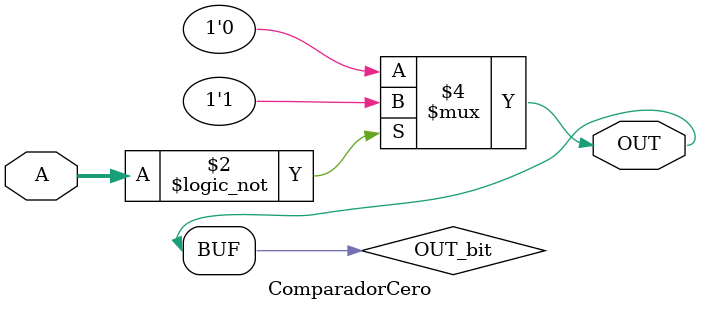
<source format=sv>
module ComparadorCero
#(
	parameter Size = 16
)
(
	/* Inputs */
	input [Size - 1 : 0]A,
	
	/* Outputs */
	output OUT
	
);

bit OUT_bit;

always_comb begin: Comp

	if(A == {Size{1'b0}})
		OUT_bit = 1'b1;
	else
		OUT_bit = 1'b0;

end

assign OUT = OUT_bit;

endmodule

</source>
